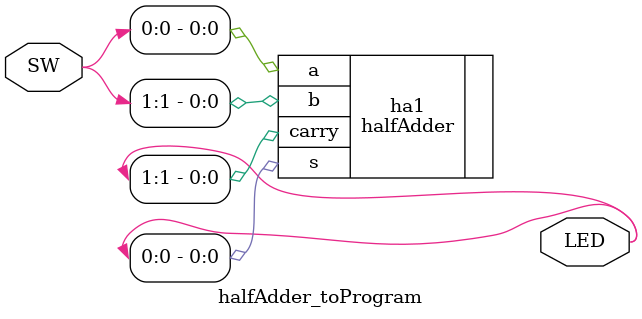
<source format=sv>
`timescale 1ns / 1ps


module halfAdder_toProgram(
    input   [1:0]SW,
    output  [1:0]LED
    );
logic a,b,c,s;
halfAdder ha1(.a(SW[0]),.b(SW[1]),.s(LED[0]),.carry(LED[1]));

    
endmodule

</source>
